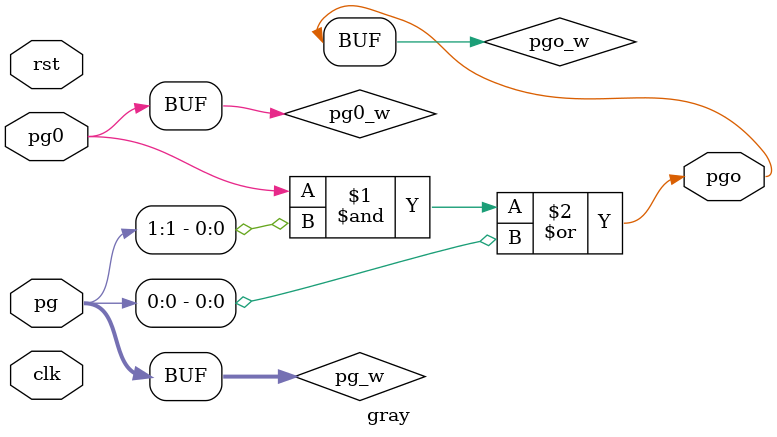
<source format=v>
`timescale 1ns / 1ps
module gray (clk,rst,pg, pg0, pgo);
	input clk,rst;
    input [1:0] pg;
    input pg0;
    output pgo;
    wire [1:0] pg_w;
    wire pg0_w;
    wire pgo_w;
    assign pg_w = pg;
    assign pg0_w = pg0;
    
//	 always @(posedge clk) begin
//		pgo <= (pg0 & pg[1]) | pg[0];
//	 end
    assign pgo_w = (pg0_w & pg_w[1]) | pg_w[0];
    assign pgo = pgo_w;
endmodule

</source>
